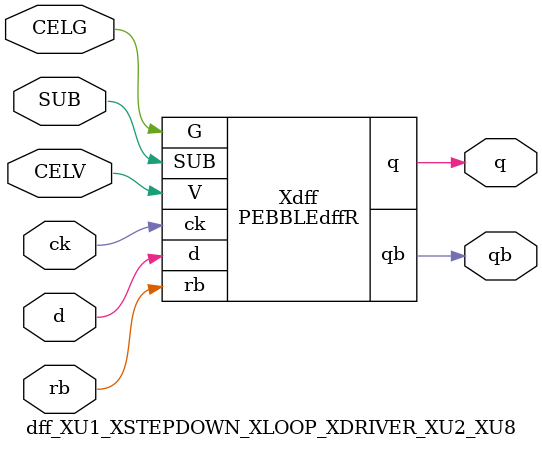
<source format=v>



module PEBBLEdffR ( q, qb, G, SUB, V, ck, d, rb );

  input V;
  output q;
  input rb;
  input d;
  input G;
  input ck;
  input SUB;
  output qb;
endmodule

//Celera Confidential Do Not Copy dff_XU1_XSTEPDOWN_XLOOP_XDRIVER_XU2_XU8
//Celera Confidential Symbol Generator
//DFF latch
module dff_XU1_XSTEPDOWN_XLOOP_XDRIVER_XU2_XU8 (CELV,CELG,d,rb,ck,q,qb,SUB );
input CELV;
input CELG;
input d;
input rb;
input ck;
input SUB;
output q;
output qb;

//Celera Confidential Do Not Copy dff
PEBBLEdffR Xdff(
.V (CELV),
.d (d),
.rb (rb),
.ck (ck),
.q (q),
.qb (qb),
.SUB (SUB),
.G (CELG)
);
//,diesize,PEBBLEdffR

//Celera Confidential Do Not Copy Module End
//Celera Schematic Generator
endmodule

</source>
